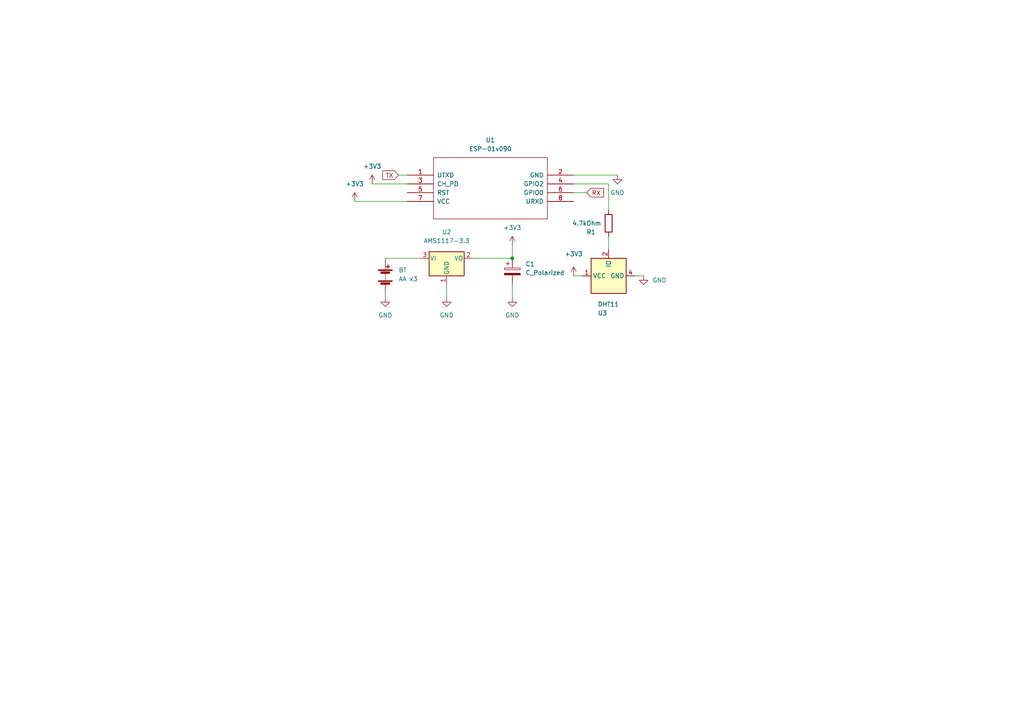
<source format=kicad_sch>
(kicad_sch (version 20211123) (generator eeschema)
  (paper "A4")
  (lib_symbols
    (symbol "Device:Battery" (pin_numbers hide) (pin_names (offset 0) hide)
      (property "Reference" "BT" (at 2.54 2.54 0))
      (property "Value" "Battery" (at 2.54 0 0))
      (symbol "Battery_0_1"
        (rectangle (start -2.032 -1.397) (end 2.032 -1.651) (fill (type outline)))
        (rectangle (start -2.032 1.778) (end 2.032 1.524) (fill (type outline)))
        (rectangle (start -1.3208 -1.9812) (end 1.27 -2.4892) (fill (type outline)))
        (rectangle (start -1.3208 1.1938) (end 1.27 0.6858) (fill (type outline)))
        (polyline (pts (xy 0 -1.524) (xy 0 -1.27)))
        (polyline (pts (xy 0 -1.016) (xy 0 -0.762)))
        (polyline (pts (xy 0 -0.508) (xy 0 -0.254)))
        (polyline (pts (xy 0 0) (xy 0 0.254)))
        (polyline (pts (xy 0 0.508) (xy 0 0.762)))
        (polyline (pts (xy 0 1.778) (xy 0 2.54)))
        (polyline (pts (xy 0.254 2.667) (xy 1.27 2.667)) (stroke (width 0.254)))
        (polyline (pts (xy 0.762 3.175) (xy 0.762 2.159)) (stroke (width 0.254)))
      )
      (symbol "Battery_1_1"
        (pin passive line (at 0 5.08 270) (length 2.54) (name "+") (number "1"))
        (pin passive line (at 0 -5.08 90) (length 2.54) (name "-") (number "2"))
      )
    )
    (symbol "Device:C_Polarized" (pin_numbers hide) (pin_names (offset 0.254))
      (property "Reference" "C" (at 0.635 2.54 0))
      (property "Value" "C_Polarized" (at 0.635 -2.54 0))
      (symbol "C_Polarized_0_1"
        (rectangle (start -2.286 0.508) (end 2.286 1.016))
        (polyline (pts (xy -1.778 2.286) (xy -0.762 2.286)))
        (polyline (pts (xy -1.27 2.794) (xy -1.27 1.778)))
        (rectangle (start 2.286 -0.508) (end -2.286 -1.016) (fill (type outline)))
      )
      (symbol "C_Polarized_1_1"
        (pin passive line (at 0 3.81 270) (length 2.794) (name "~") (number "1"))
        (pin passive line (at 0 -3.81 90) (length 2.794) (name "~") (number "2"))
      )
    )
    (symbol "Device:R" (pin_numbers hide) (pin_names (offset 0))
      (property "Reference" "R" (at 2.032 0 90))
      (property "Value" "R" (at 0 0 90))
      (symbol "R_0_1"
        (rectangle (start -1.016 -2.54) (end 1.016 2.54) (stroke (width 0.254)))
      )
      (symbol "R_1_1"
        (pin passive line (at 0 3.81 270) (length 1.27) (name "~") (number "1"))
        (pin passive line (at 0 -3.81 90) (length 1.27) (name "~") (number "2"))
      )
    )
    (symbol "ESP8266:ESP-01v090" (pin_names (offset 1.016))
      (property "Reference" "U" (at 0 -2.54 0))
      (property "Value" "ESP-01v090" (at 0 2.54 0))
      (symbol "ESP-01v090_1_0"
        (rectangle (start -16.51 -8.89) (end 16.51 8.89))
      )
      (symbol "ESP-01v090_1_1"
        (pin output line (at -24.13 3.81 0) (length 7.62) (name "UTXD") (number "1"))
        (pin power_in line (at 24.13 3.81 180) (length 7.62) (name "GND") (number "2"))
        (pin input line (at -24.13 1.27 0) (length 7.62) (name "CH_PD") (number "3"))
        (pin tri_state line (at 24.13 1.27 180) (length 7.62) (name "GPIO2") (number "4"))
        (pin input line (at -24.13 -1.27 0) (length 7.62) (name "RST") (number "5"))
        (pin tri_state line (at 24.13 -1.27 180) (length 7.62) (name "GPIO0") (number "6"))
        (pin power_in line (at -24.13 -3.81 0) (length 7.62) (name "VCC") (number "7"))
        (pin input line (at 24.13 -3.81 180) (length 7.62) (name "URXD") (number "8"))
      )
    )
    (symbol "Regulator_Linear:AMS1117-3.3" (pin_names (offset 0.254))
      (property "Reference" "U" (at -3.81 3.175 0))
      (property "Value" "AMS1117-3.3" (at 0 3.175 0))
      (symbol "AMS1117-3.3_0_1"
        (rectangle (start -5.08 -5.08) (end 5.08 1.905) (stroke (width 0.254)) (fill (type background)))
      )
      (symbol "AMS1117-3.3_1_1"
        (pin power_in line (at 0 -7.62 90) (length 2.54) (name "GND") (number "1"))
        (pin power_out line (at 7.62 0 180) (length 2.54) (name "VO") (number "2"))
        (pin power_in line (at -7.62 0 0) (length 2.54) (name "VI") (number "3"))
      )
    )
    (symbol "Sensor:DHT11"
      (property "Reference" "U" (at -3.81 6.35 0))
      (property "Value" "DHT11" (at 3.81 6.35 0))
      (symbol "DHT11_0_1"
        (rectangle (start -5.08 5.08) (end 5.08 -5.08) (stroke (width 0.254)) (fill (type background)))
      )
      (symbol "DHT11_1_1"
        (pin power_in line (at 0 7.62 270) (length 2.54) (name "VCC") (number "1"))
        (pin bidirectional line (at 7.62 0 180) (length 2.54) (name "IO") (number "2"))
        (pin no_connect line (at -5.08 0 0) (length 2.54) hide (name "NC") (number "3"))
        (pin power_in line (at 0 -7.62 90) (length 2.54) (name "GND") (number "4"))
      )
    )
    (symbol "power:+3V3" (power) (pin_names (offset 0))
      (property "Value" "+3V3" (at 0 3.556 0))
      (symbol "+3V3_0_1"
        (polyline (pts (xy -0.762 1.27) (xy 0 2.54)))
        (polyline (pts (xy 0 0) (xy 0 2.54)))
        (polyline (pts (xy 0 2.54) (xy 0.762 1.27)))
      )
      (symbol "+3V3_1_1"
        (pin power_in line (at 0 0 90) (length 0) hide (name "+3V3") (number "1"))
      )
    )
    (symbol "power:GND" (power) (pin_names (offset 0))
      (property "Value" "GND" (at 0 -3.81 0))
      (symbol "GND_0_1"
        (polyline (pts (xy 0 0) (xy 0 -1.27) (xy 1.27 -1.27) (xy 0 -2.54) (xy -1.27 -1.27) (xy 0 -1.27)))
      )
      (symbol "GND_1_1"
        (pin power_in line (at 0 0 270) (length 0) hide (name "GND") (number "1"))
      )
    )
  )
  (junction (at 148.59 74.93))
  (wire (pts (xy 166.37 80.01) (xy 168.91 80.01)))
  (wire (pts (xy 184.15 80.01) (xy 186.69 80.01)))
  (wire (pts (xy 107.95 53.34) (xy 118.11 53.34)))
  (wire (pts (xy 111.76 74.93) (xy 121.92 74.93)))
  (wire (pts (xy 176.53 72.39) (xy 176.53 68.58)))
  (wire (pts (xy 115.57 50.8) (xy 118.11 50.8)))
  (wire (pts (xy 148.59 82.55) (xy 148.59 86.36)))
  (wire (pts (xy 129.54 82.55) (xy 129.54 86.36)))
  (wire (pts (xy 102.87 58.42) (xy 118.11 58.42)))
  (wire (pts (xy 166.37 55.88) (xy 170.18 55.88)))
  (wire (pts (xy 166.37 50.8) (xy 179.07 50.8)))
  (wire (pts (xy 137.16 74.93) (xy 148.59 74.93)))
  (wire (pts (xy 176.53 53.34) (xy 176.53 60.96)))
  (wire (pts (xy 166.37 53.34) (xy 176.53 53.34)))
  (wire (pts (xy 148.59 71.12) (xy 148.59 74.93)))
  (wire (pts (xy 111.76 86.36) (xy 111.76 85.09)))
  (global_label "TX" (shape input) (at 115.57 50.8 180) (property "Referencias entre hojas" "${INTERSHEET_REFS}" (effects hide)))
  (global_label "RX" (shape input) (at 170.18 55.88 0) (property "Referencias entre hojas" "${INTERSHEET_REFS}" (effects hide)))
  (symbol (lib_id "Sensor:DHT11") (at 176.53 80.01 90) (unit 1)
    (property "Reference" "U3" (at 173.355 90.8051 90) (effects (justify right)))
    (property "Value" "DHT11" (at 173.355 88.2651 90) (effects (justify right)))
    (property "Footprint" "Sensor:Aosong_DHT11_5.5x12.0_P2.54mm" (effects hide))
    (property "Datasheet" "http://akizukidenshi.com/download/ds/aosong/DHT11.pdf" (effects hide))
  )
  (symbol (lib_id "power:+3V3") (at 166.37 80.01 0) (unit 1)
    (property "Reference" "#PWR?" (effects hide))
    (property "Value" "+3V3" (at 166.37 73.66 0))
  )
  (symbol (lib_id "power:+3V3") (at 107.95 53.34 0) (unit 1)
    (property "Reference" "#PWR?" (effects hide))
    (property "Value" "+3V3" (at 107.95 48.26 0))
  )
  (symbol (lib_id "power:GND") (at 179.07 50.8 0) (unit 1)
    (property "Reference" "#PWR?" (effects hide))
    (property "Value" "GND" (at 179.07 55.88 0))
  )
  (symbol (lib_id "Device:R") (at 176.53 64.77 180) (unit 1)
    (property "Reference" "R1" (at 171.45 67.31 0))
    (property "Value" "4.7kOhm" (at 170.18 64.77 0))
  )
  (symbol (lib_id "ESP8266:ESP-01v090") (at 142.24 54.61 0) (unit 1)
    (property "Reference" "U1" (at 142.24 40.64 0))
    (property "Value" "ESP-01v090" (at 142.24 43.18 0))
    (property "Datasheet" "http://l0l.org.uk/2014/12/esp8266-modules-hardware-guide-gotta-catch-em-all/" (effects hide))
  )
  (symbol (lib_id "power:+3V3") (at 148.59 71.12 0) (unit 1)
    (property "Reference" "#PWR?" (effects hide))
    (property "Value" "+3V3" (at 148.59 66.04 0))
  )
  (symbol (lib_id "power:GND") (at 111.76 86.36 0) (unit 1)
    (property "Reference" "#PWR?" (effects hide))
    (property "Value" "GND" (at 111.76 91.44 0))
  )
  (symbol (lib_id "Regulator_Linear:AMS1117-3.3") (at 129.54 74.93 0) (unit 1)
    (property "Reference" "U2" (at 129.54 67.31 0))
    (property "Value" "AMS1117-3.3" (at 129.54 69.85 0))
    (property "Footprint" "Package_TO_SOT_SMD:SOT-223-3_TabPin2" (effects hide))
    (property "Datasheet" "http://www.advanced-monolithic.com/pdf/ds1117.pdf" (effects hide))
  )
  (symbol (lib_id "Device:C_Polarized") (at 148.59 78.74 0) (unit 1)
    (property "Reference" "C1" (at 152.4 76.5809 0) (effects (justify left)))
    (property "Value" "C_Polarized" (at 152.4 79.1209 0) (effects (justify left)))
  )
  (symbol (lib_id "power:+3V3") (at 102.87 58.42 0) (unit 1)
    (property "Reference" "#PWR?" (effects hide))
    (property "Value" "+3V3" (at 102.87 53.34 0))
  )
  (symbol (lib_id "power:GND") (at 129.54 86.36 0) (unit 1)
    (property "Reference" "#PWR?" (effects hide))
    (property "Value" "GND" (at 129.54 91.44 0))
  )
  (symbol (lib_id "Device:Battery") (at 111.76 80.01 0) (unit 1)
    (property "Reference" "BT" (at 115.57 78.3589 0) (effects (justify left)))
    (property "Value" "AA x3" (at 115.57 80.8989 0) (effects (justify left)))
  )
  (symbol (lib_id "power:GND") (at 186.69 80.01 0) (unit 1)
    (property "Reference" "#PWR?" (effects hide))
    (property "Value" "GND" (at 189.23 81.2799 0) (effects (justify left)))
  )
  (symbol (lib_id "power:GND") (at 148.59 86.36 0) (unit 1)
    (property "Reference" "#PWR?" (effects hide))
    (property "Value" "GND" (at 148.59 91.44 0))
  )
)
</source>
